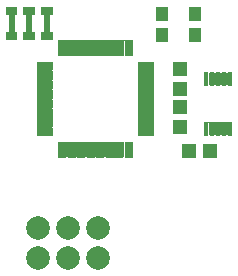
<source format=gts>
G04 #@! TF.GenerationSoftware,KiCad,Pcbnew,6.0.5-a6ca702e91~116~ubuntu20.04.1*
G04 #@! TF.CreationDate,2022-05-08T17:52:19+03:00*
G04 #@! TF.ProjectId,ict_v361,6963745f-7633-4363-912e-6b696361645f,rev?*
G04 #@! TF.SameCoordinates,Original*
G04 #@! TF.FileFunction,Soldermask,Top*
G04 #@! TF.FilePolarity,Negative*
%FSLAX46Y46*%
G04 Gerber Fmt 4.6, Leading zero omitted, Abs format (unit mm)*
G04 Created by KiCad (PCBNEW 6.0.5-a6ca702e91~116~ubuntu20.04.1) date 2022-05-08 17:52:19*
%MOMM*%
%LPD*%
G01*
G04 APERTURE LIST*
G04 Aperture macros list*
%AMRoundRect*
0 Rectangle with rounded corners*
0 $1 Rounding radius*
0 $2 $3 $4 $5 $6 $7 $8 $9 X,Y pos of 4 corners*
0 Add a 4 corners polygon primitive as box body*
4,1,4,$2,$3,$4,$5,$6,$7,$8,$9,$2,$3,0*
0 Add four circle primitives for the rounded corners*
1,1,$1+$1,$2,$3*
1,1,$1+$1,$4,$5*
1,1,$1+$1,$6,$7*
1,1,$1+$1,$8,$9*
0 Add four rect primitives between the rounded corners*
20,1,$1+$1,$2,$3,$4,$5,0*
20,1,$1+$1,$4,$5,$6,$7,0*
20,1,$1+$1,$6,$7,$8,$9,0*
20,1,$1+$1,$8,$9,$2,$3,0*%
G04 Aperture macros list end*
%ADD10RoundRect,0.063500X-0.635000X0.279400X-0.635000X-0.279400X0.635000X-0.279400X0.635000X0.279400X0*%
%ADD11RoundRect,0.063500X-0.279400X0.635000X-0.279400X-0.635000X0.279400X-0.635000X0.279400X0.635000X0*%
%ADD12RoundRect,0.063500X-0.125000X-0.500000X0.125000X-0.500000X0.125000X0.500000X-0.125000X0.500000X0*%
%ADD13RoundRect,0.063500X0.125000X0.500000X-0.125000X0.500000X-0.125000X-0.500000X0.125000X-0.500000X0*%
%ADD14RoundRect,0.063500X-0.450000X-0.550000X0.450000X-0.550000X0.450000X0.550000X-0.450000X0.550000X0*%
%ADD15RoundRect,0.063500X-0.525000X-0.540000X0.525000X-0.540000X0.525000X0.540000X-0.525000X0.540000X0*%
%ADD16C,2.006600*%
%ADD17RoundRect,0.063500X-0.550000X0.500000X-0.550000X-0.500000X0.550000X-0.500000X0.550000X0.500000X0*%
%ADD18RoundRect,0.063500X0.550000X-0.500000X0.550000X0.500000X-0.550000X0.500000X-0.550000X-0.500000X0*%
%ADD19RoundRect,0.063500X0.200000X0.800000X-0.200000X0.800000X-0.200000X-0.800000X0.200000X-0.800000X0*%
G04 APERTURE END LIST*
G36*
X141901100Y-94303600D02*
G01*
X140901100Y-94303600D01*
X140901100Y-93603600D01*
X141901100Y-93603600D01*
X141901100Y-94303600D01*
G37*
G36*
X140401100Y-94303600D02*
G01*
X139401100Y-94303600D01*
X139401100Y-93603600D01*
X140401100Y-93603600D01*
X140401100Y-94303600D01*
G37*
G36*
X138901100Y-94303600D02*
G01*
X137901100Y-94303600D01*
X137901100Y-93603600D01*
X138901100Y-93603600D01*
X138901100Y-94303600D01*
G37*
G36*
X138901100Y-96403600D02*
G01*
X137901100Y-96403600D01*
X137901100Y-95703600D01*
X138901100Y-95703600D01*
X138901100Y-96403600D01*
G37*
G36*
X140401100Y-96403600D02*
G01*
X139401100Y-96403600D01*
X139401100Y-95703600D01*
X140401100Y-95703600D01*
X140401100Y-96403600D01*
G37*
G36*
X141901100Y-96403600D02*
G01*
X140901100Y-96403600D01*
X140901100Y-95703600D01*
X141901100Y-95703600D01*
X141901100Y-96403600D01*
G37*
G36*
X141901100Y-94303600D02*
G01*
X140901100Y-94303600D01*
X140901100Y-93603600D01*
X141901100Y-93603600D01*
X141901100Y-94303600D01*
G37*
G36*
X140401100Y-94303600D02*
G01*
X139401100Y-94303600D01*
X139401100Y-93603600D01*
X140401100Y-93603600D01*
X140401100Y-94303600D01*
G37*
G36*
X138901100Y-94303600D02*
G01*
X137901100Y-94303600D01*
X137901100Y-93603600D01*
X138901100Y-93603600D01*
X138901100Y-94303600D01*
G37*
G36*
X138901100Y-96403600D02*
G01*
X137901100Y-96403600D01*
X137901100Y-95703600D01*
X138901100Y-95703600D01*
X138901100Y-96403600D01*
G37*
G36*
X140401100Y-96403600D02*
G01*
X139401100Y-96403600D01*
X139401100Y-95703600D01*
X140401100Y-95703600D01*
X140401100Y-96403600D01*
G37*
G36*
X141901100Y-96403600D02*
G01*
X140901100Y-96403600D01*
X140901100Y-95703600D01*
X141901100Y-95703600D01*
X141901100Y-96403600D01*
G37*
D10*
X149793700Y-98603600D03*
X149793700Y-99403600D03*
X149793700Y-100203600D03*
X149793700Y-101003600D03*
X149793700Y-101803600D03*
X149793700Y-102603600D03*
X149793700Y-103403600D03*
X149793700Y-104203600D03*
D11*
X148301100Y-105696200D03*
X147501100Y-105696200D03*
X146701100Y-105696200D03*
X145901100Y-105696200D03*
X145101100Y-105696200D03*
X144301100Y-105696200D03*
X143501100Y-105696200D03*
X142701100Y-105696200D03*
D10*
X141208500Y-104203600D03*
X141208500Y-103403600D03*
X141208500Y-102603600D03*
X141208500Y-101803600D03*
X141208500Y-101003600D03*
X141208500Y-100203600D03*
X141208500Y-99403600D03*
X141208500Y-98603600D03*
D11*
X142701100Y-97111000D03*
X143501100Y-97111000D03*
X144301100Y-97111000D03*
X145101100Y-97111000D03*
X145901100Y-97111000D03*
X146701100Y-97111000D03*
X147501100Y-97111000D03*
X148301100Y-97111000D03*
D12*
X156891000Y-103918300D03*
X156391000Y-103918300D03*
X155891000Y-103918300D03*
X155391000Y-103918300D03*
X154891000Y-103918300D03*
D13*
X154891000Y-99692100D03*
X155391000Y-99692100D03*
X155891000Y-99692100D03*
X156391000Y-99692100D03*
X156891000Y-99692100D03*
D14*
X151101100Y-96003600D03*
X153901100Y-94203600D03*
X153901100Y-96003600D03*
X151101100Y-94203600D03*
D15*
X155176100Y-105803600D03*
X153426100Y-105803600D03*
D16*
X140621100Y-114843600D03*
X140621100Y-112303600D03*
X143161100Y-114843600D03*
X143161100Y-112303600D03*
X145701100Y-114843600D03*
X145701100Y-112303600D03*
D17*
X152701100Y-100553600D03*
X152701100Y-98853600D03*
D18*
X152701100Y-102053600D03*
X152701100Y-103753600D03*
D19*
X138401100Y-95003600D03*
X139901100Y-95003600D03*
X141401100Y-95003600D03*
G36*
X145429998Y-105019854D02*
G01*
X145432525Y-105021542D01*
X145498889Y-105042322D01*
X145569688Y-105021533D01*
X145572202Y-105019854D01*
X145574198Y-105019723D01*
X145575309Y-105021386D01*
X145574976Y-105022628D01*
X145564919Y-105037679D01*
X145560200Y-105061399D01*
X145560200Y-106331001D01*
X145564919Y-106354721D01*
X145574976Y-106369772D01*
X145575107Y-106371768D01*
X145573444Y-106372879D01*
X145572202Y-106372546D01*
X145569675Y-106370858D01*
X145503311Y-106350078D01*
X145432512Y-106370867D01*
X145429998Y-106372546D01*
X145428002Y-106372677D01*
X145426891Y-106371014D01*
X145427224Y-106369772D01*
X145437281Y-106354721D01*
X145442000Y-106331001D01*
X145442000Y-105061399D01*
X145437281Y-105037679D01*
X145427224Y-105022628D01*
X145427093Y-105020632D01*
X145428756Y-105019521D01*
X145429998Y-105019854D01*
G37*
G36*
X143829998Y-105019854D02*
G01*
X143832525Y-105021542D01*
X143898889Y-105042322D01*
X143969688Y-105021533D01*
X143972202Y-105019854D01*
X143974198Y-105019723D01*
X143975309Y-105021386D01*
X143974976Y-105022628D01*
X143964919Y-105037679D01*
X143960200Y-105061399D01*
X143960200Y-106331001D01*
X143964919Y-106354721D01*
X143974976Y-106369772D01*
X143975107Y-106371768D01*
X143973444Y-106372879D01*
X143972202Y-106372546D01*
X143969675Y-106370858D01*
X143903311Y-106350078D01*
X143832512Y-106370867D01*
X143829998Y-106372546D01*
X143828002Y-106372677D01*
X143826891Y-106371014D01*
X143827224Y-106369772D01*
X143837281Y-106354721D01*
X143842000Y-106331001D01*
X143842000Y-105061399D01*
X143837281Y-105037679D01*
X143827224Y-105022628D01*
X143827093Y-105020632D01*
X143828756Y-105019521D01*
X143829998Y-105019854D01*
G37*
G36*
X144629998Y-105019854D02*
G01*
X144632525Y-105021542D01*
X144698889Y-105042322D01*
X144769688Y-105021533D01*
X144772202Y-105019854D01*
X144774198Y-105019723D01*
X144775309Y-105021386D01*
X144774976Y-105022628D01*
X144764919Y-105037679D01*
X144760200Y-105061399D01*
X144760200Y-106331001D01*
X144764919Y-106354721D01*
X144774976Y-106369772D01*
X144775107Y-106371768D01*
X144773444Y-106372879D01*
X144772202Y-106372546D01*
X144769675Y-106370858D01*
X144703311Y-106350078D01*
X144632512Y-106370867D01*
X144629998Y-106372546D01*
X144628002Y-106372677D01*
X144626891Y-106371014D01*
X144627224Y-106369772D01*
X144637281Y-106354721D01*
X144642000Y-106331001D01*
X144642000Y-105061399D01*
X144637281Y-105037679D01*
X144627224Y-105022628D01*
X144627093Y-105020632D01*
X144628756Y-105019521D01*
X144629998Y-105019854D01*
G37*
G36*
X146229998Y-105019854D02*
G01*
X146232525Y-105021542D01*
X146298889Y-105042322D01*
X146369688Y-105021533D01*
X146372202Y-105019854D01*
X146374198Y-105019723D01*
X146375309Y-105021386D01*
X146374976Y-105022628D01*
X146364919Y-105037679D01*
X146360200Y-105061399D01*
X146360200Y-106331001D01*
X146364919Y-106354721D01*
X146374976Y-106369772D01*
X146375107Y-106371768D01*
X146373444Y-106372879D01*
X146372202Y-106372546D01*
X146369675Y-106370858D01*
X146303311Y-106350078D01*
X146232512Y-106370867D01*
X146229998Y-106372546D01*
X146228002Y-106372677D01*
X146226891Y-106371014D01*
X146227224Y-106369772D01*
X146237281Y-106354721D01*
X146242000Y-106331001D01*
X146242000Y-105061399D01*
X146237281Y-105037679D01*
X146227224Y-105022628D01*
X146227093Y-105020632D01*
X146228756Y-105019521D01*
X146229998Y-105019854D01*
G37*
G36*
X147029998Y-105019854D02*
G01*
X147032525Y-105021542D01*
X147098889Y-105042322D01*
X147169688Y-105021533D01*
X147172202Y-105019854D01*
X147174198Y-105019723D01*
X147175309Y-105021386D01*
X147174976Y-105022628D01*
X147164919Y-105037679D01*
X147160200Y-105061399D01*
X147160200Y-106331001D01*
X147164919Y-106354721D01*
X147174976Y-106369772D01*
X147175107Y-106371768D01*
X147173444Y-106372879D01*
X147172202Y-106372546D01*
X147169675Y-106370858D01*
X147103311Y-106350078D01*
X147032512Y-106370867D01*
X147029998Y-106372546D01*
X147028002Y-106372677D01*
X147026891Y-106371014D01*
X147027224Y-106369772D01*
X147037281Y-106354721D01*
X147042000Y-106331001D01*
X147042000Y-105061399D01*
X147037281Y-105037679D01*
X147027224Y-105022628D01*
X147027093Y-105020632D01*
X147028756Y-105019521D01*
X147029998Y-105019854D01*
G37*
G36*
X143029998Y-105019854D02*
G01*
X143032525Y-105021542D01*
X143098889Y-105042322D01*
X143169688Y-105021533D01*
X143172202Y-105019854D01*
X143174198Y-105019723D01*
X143175309Y-105021386D01*
X143174976Y-105022628D01*
X143164919Y-105037679D01*
X143160200Y-105061399D01*
X143160200Y-106331001D01*
X143164919Y-106354721D01*
X143174976Y-106369772D01*
X143175107Y-106371768D01*
X143173444Y-106372879D01*
X143172202Y-106372546D01*
X143169675Y-106370858D01*
X143103311Y-106350078D01*
X143032512Y-106370867D01*
X143029998Y-106372546D01*
X143028002Y-106372677D01*
X143026891Y-106371014D01*
X143027224Y-106369772D01*
X143037281Y-106354721D01*
X143042000Y-106331001D01*
X143042000Y-105061399D01*
X143037281Y-105037679D01*
X143027224Y-105022628D01*
X143027093Y-105020632D01*
X143028756Y-105019521D01*
X143029998Y-105019854D01*
G37*
G36*
X147829998Y-105019854D02*
G01*
X147832525Y-105021542D01*
X147898889Y-105042322D01*
X147969688Y-105021533D01*
X147972202Y-105019854D01*
X147974198Y-105019723D01*
X147975309Y-105021386D01*
X147974976Y-105022628D01*
X147964919Y-105037679D01*
X147960200Y-105061399D01*
X147960200Y-106331001D01*
X147964919Y-106354721D01*
X147974976Y-106369772D01*
X147975107Y-106371768D01*
X147973444Y-106372879D01*
X147972202Y-106372546D01*
X147969675Y-106370858D01*
X147903311Y-106350078D01*
X147832512Y-106370867D01*
X147829998Y-106372546D01*
X147828002Y-106372677D01*
X147826891Y-106371014D01*
X147827224Y-106369772D01*
X147837281Y-106354721D01*
X147842000Y-106331001D01*
X147842000Y-105061399D01*
X147837281Y-105037679D01*
X147827224Y-105022628D01*
X147827093Y-105020632D01*
X147828756Y-105019521D01*
X147829998Y-105019854D01*
G37*
G36*
X155565498Y-103376954D02*
G01*
X155572426Y-103381582D01*
X155638789Y-103402362D01*
X155709588Y-103381573D01*
X155716502Y-103376954D01*
X155718498Y-103376823D01*
X155719609Y-103378486D01*
X155719276Y-103379728D01*
X155709219Y-103394779D01*
X155704500Y-103418499D01*
X155704500Y-104418101D01*
X155709219Y-104441821D01*
X155719276Y-104456872D01*
X155719407Y-104458868D01*
X155717744Y-104459979D01*
X155716502Y-104459646D01*
X155709574Y-104455018D01*
X155643211Y-104434238D01*
X155572412Y-104455027D01*
X155565498Y-104459646D01*
X155563502Y-104459777D01*
X155562391Y-104458114D01*
X155562724Y-104456872D01*
X155572781Y-104441821D01*
X155577500Y-104418101D01*
X155577500Y-103418499D01*
X155572781Y-103394779D01*
X155562724Y-103379728D01*
X155562593Y-103377732D01*
X155564256Y-103376621D01*
X155565498Y-103376954D01*
G37*
G36*
X156565498Y-103376954D02*
G01*
X156572426Y-103381582D01*
X156638789Y-103402362D01*
X156709588Y-103381573D01*
X156716502Y-103376954D01*
X156718498Y-103376823D01*
X156719609Y-103378486D01*
X156719276Y-103379728D01*
X156709219Y-103394779D01*
X156704500Y-103418499D01*
X156704500Y-104418101D01*
X156709219Y-104441821D01*
X156719276Y-104456872D01*
X156719407Y-104458868D01*
X156717744Y-104459979D01*
X156716502Y-104459646D01*
X156709574Y-104455018D01*
X156643211Y-104434238D01*
X156572412Y-104455027D01*
X156565498Y-104459646D01*
X156563502Y-104459777D01*
X156562391Y-104458114D01*
X156562724Y-104456872D01*
X156572781Y-104441821D01*
X156577500Y-104418101D01*
X156577500Y-103418499D01*
X156572781Y-103394779D01*
X156562724Y-103379728D01*
X156562593Y-103377732D01*
X156564256Y-103376621D01*
X156565498Y-103376954D01*
G37*
G36*
X155065498Y-103376954D02*
G01*
X155072426Y-103381582D01*
X155138789Y-103402362D01*
X155209588Y-103381573D01*
X155216502Y-103376954D01*
X155218498Y-103376823D01*
X155219609Y-103378486D01*
X155219276Y-103379728D01*
X155209219Y-103394779D01*
X155204500Y-103418499D01*
X155204500Y-104418101D01*
X155209219Y-104441821D01*
X155219276Y-104456872D01*
X155219407Y-104458868D01*
X155217744Y-104459979D01*
X155216502Y-104459646D01*
X155209574Y-104455018D01*
X155143211Y-104434238D01*
X155072412Y-104455027D01*
X155065498Y-104459646D01*
X155063502Y-104459777D01*
X155062391Y-104458114D01*
X155062724Y-104456872D01*
X155072781Y-104441821D01*
X155077500Y-104418101D01*
X155077500Y-103418499D01*
X155072781Y-103394779D01*
X155062724Y-103379728D01*
X155062593Y-103377732D01*
X155064256Y-103376621D01*
X155065498Y-103376954D01*
G37*
G36*
X156065498Y-103376954D02*
G01*
X156072426Y-103381582D01*
X156138789Y-103402362D01*
X156209588Y-103381573D01*
X156216502Y-103376954D01*
X156218498Y-103376823D01*
X156219609Y-103378486D01*
X156219276Y-103379728D01*
X156209219Y-103394779D01*
X156204500Y-103418499D01*
X156204500Y-104418101D01*
X156209219Y-104441821D01*
X156219276Y-104456872D01*
X156219407Y-104458868D01*
X156217744Y-104459979D01*
X156216502Y-104459646D01*
X156209574Y-104455018D01*
X156143211Y-104434238D01*
X156072412Y-104455027D01*
X156065498Y-104459646D01*
X156063502Y-104459777D01*
X156062391Y-104458114D01*
X156062724Y-104456872D01*
X156072781Y-104441821D01*
X156077500Y-104418101D01*
X156077500Y-103418499D01*
X156072781Y-103394779D01*
X156062724Y-103379728D01*
X156062593Y-103377732D01*
X156064256Y-103376621D01*
X156065498Y-103376954D01*
G37*
G36*
X140534928Y-103729724D02*
G01*
X140549979Y-103739781D01*
X140573699Y-103744500D01*
X141843301Y-103744500D01*
X141867021Y-103739781D01*
X141882072Y-103729724D01*
X141884068Y-103729593D01*
X141885179Y-103731256D01*
X141884846Y-103732498D01*
X141883158Y-103735025D01*
X141862378Y-103801389D01*
X141883167Y-103872188D01*
X141884846Y-103874702D01*
X141884977Y-103876698D01*
X141883314Y-103877809D01*
X141882072Y-103877476D01*
X141867021Y-103867419D01*
X141843301Y-103862700D01*
X140573699Y-103862700D01*
X140549979Y-103867419D01*
X140534928Y-103877476D01*
X140532932Y-103877607D01*
X140531821Y-103875944D01*
X140532154Y-103874702D01*
X140533842Y-103872175D01*
X140554622Y-103805811D01*
X140533833Y-103735012D01*
X140532154Y-103732498D01*
X140532023Y-103730502D01*
X140533686Y-103729391D01*
X140534928Y-103729724D01*
G37*
G36*
X149120128Y-103729724D02*
G01*
X149135179Y-103739781D01*
X149158899Y-103744500D01*
X150428501Y-103744500D01*
X150452221Y-103739781D01*
X150467272Y-103729724D01*
X150469268Y-103729593D01*
X150470379Y-103731256D01*
X150470046Y-103732498D01*
X150468358Y-103735025D01*
X150447578Y-103801389D01*
X150468367Y-103872188D01*
X150470046Y-103874702D01*
X150470177Y-103876698D01*
X150468514Y-103877809D01*
X150467272Y-103877476D01*
X150452221Y-103867419D01*
X150428501Y-103862700D01*
X149158899Y-103862700D01*
X149135179Y-103867419D01*
X149120128Y-103877476D01*
X149118132Y-103877607D01*
X149117021Y-103875944D01*
X149117354Y-103874702D01*
X149119042Y-103872175D01*
X149139822Y-103805811D01*
X149119033Y-103735012D01*
X149117354Y-103732498D01*
X149117223Y-103730502D01*
X149118886Y-103729391D01*
X149120128Y-103729724D01*
G37*
G36*
X140534928Y-102929724D02*
G01*
X140549979Y-102939781D01*
X140573699Y-102944500D01*
X141843301Y-102944500D01*
X141867021Y-102939781D01*
X141882072Y-102929724D01*
X141884068Y-102929593D01*
X141885179Y-102931256D01*
X141884846Y-102932498D01*
X141883158Y-102935025D01*
X141862378Y-103001389D01*
X141883167Y-103072188D01*
X141884846Y-103074702D01*
X141884977Y-103076698D01*
X141883314Y-103077809D01*
X141882072Y-103077476D01*
X141867021Y-103067419D01*
X141843301Y-103062700D01*
X140573699Y-103062700D01*
X140549979Y-103067419D01*
X140534928Y-103077476D01*
X140532932Y-103077607D01*
X140531821Y-103075944D01*
X140532154Y-103074702D01*
X140533842Y-103072175D01*
X140554622Y-103005811D01*
X140533833Y-102935012D01*
X140532154Y-102932498D01*
X140532023Y-102930502D01*
X140533686Y-102929391D01*
X140534928Y-102929724D01*
G37*
G36*
X149120128Y-102929724D02*
G01*
X149135179Y-102939781D01*
X149158899Y-102944500D01*
X150428501Y-102944500D01*
X150452221Y-102939781D01*
X150467272Y-102929724D01*
X150469268Y-102929593D01*
X150470379Y-102931256D01*
X150470046Y-102932498D01*
X150468358Y-102935025D01*
X150447578Y-103001389D01*
X150468367Y-103072188D01*
X150470046Y-103074702D01*
X150470177Y-103076698D01*
X150468514Y-103077809D01*
X150467272Y-103077476D01*
X150452221Y-103067419D01*
X150428501Y-103062700D01*
X149158899Y-103062700D01*
X149135179Y-103067419D01*
X149120128Y-103077476D01*
X149118132Y-103077607D01*
X149117021Y-103075944D01*
X149117354Y-103074702D01*
X149119042Y-103072175D01*
X149139822Y-103005811D01*
X149119033Y-102935012D01*
X149117354Y-102932498D01*
X149117223Y-102930502D01*
X149118886Y-102929391D01*
X149120128Y-102929724D01*
G37*
G36*
X149120128Y-102129724D02*
G01*
X149135179Y-102139781D01*
X149158899Y-102144500D01*
X150428501Y-102144500D01*
X150452221Y-102139781D01*
X150467272Y-102129724D01*
X150469268Y-102129593D01*
X150470379Y-102131256D01*
X150470046Y-102132498D01*
X150468358Y-102135025D01*
X150447578Y-102201389D01*
X150468367Y-102272188D01*
X150470046Y-102274702D01*
X150470177Y-102276698D01*
X150468514Y-102277809D01*
X150467272Y-102277476D01*
X150452221Y-102267419D01*
X150428501Y-102262700D01*
X149158899Y-102262700D01*
X149135179Y-102267419D01*
X149120128Y-102277476D01*
X149118132Y-102277607D01*
X149117021Y-102275944D01*
X149117354Y-102274702D01*
X149119042Y-102272175D01*
X149139822Y-102205811D01*
X149119033Y-102135012D01*
X149117354Y-102132498D01*
X149117223Y-102130502D01*
X149118886Y-102129391D01*
X149120128Y-102129724D01*
G37*
G36*
X140534928Y-102129724D02*
G01*
X140549979Y-102139781D01*
X140573699Y-102144500D01*
X141843301Y-102144500D01*
X141867021Y-102139781D01*
X141882072Y-102129724D01*
X141884068Y-102129593D01*
X141885179Y-102131256D01*
X141884846Y-102132498D01*
X141883158Y-102135025D01*
X141862378Y-102201389D01*
X141883167Y-102272188D01*
X141884846Y-102274702D01*
X141884977Y-102276698D01*
X141883314Y-102277809D01*
X141882072Y-102277476D01*
X141867021Y-102267419D01*
X141843301Y-102262700D01*
X140573699Y-102262700D01*
X140549979Y-102267419D01*
X140534928Y-102277476D01*
X140532932Y-102277607D01*
X140531821Y-102275944D01*
X140532154Y-102274702D01*
X140533842Y-102272175D01*
X140554622Y-102205811D01*
X140533833Y-102135012D01*
X140532154Y-102132498D01*
X140532023Y-102130502D01*
X140533686Y-102129391D01*
X140534928Y-102129724D01*
G37*
G36*
X149120128Y-101329724D02*
G01*
X149135179Y-101339781D01*
X149158899Y-101344500D01*
X150428501Y-101344500D01*
X150452221Y-101339781D01*
X150467272Y-101329724D01*
X150469268Y-101329593D01*
X150470379Y-101331256D01*
X150470046Y-101332498D01*
X150468358Y-101335025D01*
X150447578Y-101401389D01*
X150468367Y-101472188D01*
X150470046Y-101474702D01*
X150470177Y-101476698D01*
X150468514Y-101477809D01*
X150467272Y-101477476D01*
X150452221Y-101467419D01*
X150428501Y-101462700D01*
X149158899Y-101462700D01*
X149135179Y-101467419D01*
X149120128Y-101477476D01*
X149118132Y-101477607D01*
X149117021Y-101475944D01*
X149117354Y-101474702D01*
X149119042Y-101472175D01*
X149139822Y-101405811D01*
X149119033Y-101335012D01*
X149117354Y-101332498D01*
X149117223Y-101330502D01*
X149118886Y-101329391D01*
X149120128Y-101329724D01*
G37*
G36*
X140534928Y-101329724D02*
G01*
X140549979Y-101339781D01*
X140573699Y-101344500D01*
X141843301Y-101344500D01*
X141867021Y-101339781D01*
X141882072Y-101329724D01*
X141884068Y-101329593D01*
X141885179Y-101331256D01*
X141884846Y-101332498D01*
X141883158Y-101335025D01*
X141862378Y-101401389D01*
X141883167Y-101472188D01*
X141884846Y-101474702D01*
X141884977Y-101476698D01*
X141883314Y-101477809D01*
X141882072Y-101477476D01*
X141867021Y-101467419D01*
X141843301Y-101462700D01*
X140573699Y-101462700D01*
X140549979Y-101467419D01*
X140534928Y-101477476D01*
X140532932Y-101477607D01*
X140531821Y-101475944D01*
X140532154Y-101474702D01*
X140533842Y-101472175D01*
X140554622Y-101405811D01*
X140533833Y-101335012D01*
X140532154Y-101332498D01*
X140532023Y-101330502D01*
X140533686Y-101329391D01*
X140534928Y-101329724D01*
G37*
G36*
X140534928Y-100529724D02*
G01*
X140549979Y-100539781D01*
X140573699Y-100544500D01*
X141843301Y-100544500D01*
X141867021Y-100539781D01*
X141882072Y-100529724D01*
X141884068Y-100529593D01*
X141885179Y-100531256D01*
X141884846Y-100532498D01*
X141883158Y-100535025D01*
X141862378Y-100601389D01*
X141883167Y-100672188D01*
X141884846Y-100674702D01*
X141884977Y-100676698D01*
X141883314Y-100677809D01*
X141882072Y-100677476D01*
X141867021Y-100667419D01*
X141843301Y-100662700D01*
X140573699Y-100662700D01*
X140549979Y-100667419D01*
X140534928Y-100677476D01*
X140532932Y-100677607D01*
X140531821Y-100675944D01*
X140532154Y-100674702D01*
X140533842Y-100672175D01*
X140554622Y-100605811D01*
X140533833Y-100535012D01*
X140532154Y-100532498D01*
X140532023Y-100530502D01*
X140533686Y-100529391D01*
X140534928Y-100529724D01*
G37*
G36*
X149120128Y-100529724D02*
G01*
X149135179Y-100539781D01*
X149158899Y-100544500D01*
X150428501Y-100544500D01*
X150452221Y-100539781D01*
X150467272Y-100529724D01*
X150469268Y-100529593D01*
X150470379Y-100531256D01*
X150470046Y-100532498D01*
X150468358Y-100535025D01*
X150447578Y-100601389D01*
X150468367Y-100672188D01*
X150470046Y-100674702D01*
X150470177Y-100676698D01*
X150468514Y-100677809D01*
X150467272Y-100677476D01*
X150452221Y-100667419D01*
X150428501Y-100662700D01*
X149158899Y-100662700D01*
X149135179Y-100667419D01*
X149120128Y-100677476D01*
X149118132Y-100677607D01*
X149117021Y-100675944D01*
X149117354Y-100674702D01*
X149119042Y-100672175D01*
X149139822Y-100605811D01*
X149119033Y-100535012D01*
X149117354Y-100532498D01*
X149117223Y-100530502D01*
X149118886Y-100529391D01*
X149120128Y-100529724D01*
G37*
G36*
X156565498Y-99150754D02*
G01*
X156572426Y-99155382D01*
X156638789Y-99176162D01*
X156709588Y-99155373D01*
X156716502Y-99150754D01*
X156718498Y-99150623D01*
X156719609Y-99152286D01*
X156719276Y-99153528D01*
X156709219Y-99168579D01*
X156704500Y-99192299D01*
X156704500Y-100191901D01*
X156709219Y-100215621D01*
X156719276Y-100230672D01*
X156719407Y-100232668D01*
X156717744Y-100233779D01*
X156716502Y-100233446D01*
X156709574Y-100228818D01*
X156643211Y-100208038D01*
X156572412Y-100228827D01*
X156565498Y-100233446D01*
X156563502Y-100233577D01*
X156562391Y-100231914D01*
X156562724Y-100230672D01*
X156572781Y-100215621D01*
X156577500Y-100191901D01*
X156577500Y-99192299D01*
X156572781Y-99168579D01*
X156562724Y-99153528D01*
X156562593Y-99151532D01*
X156564256Y-99150421D01*
X156565498Y-99150754D01*
G37*
G36*
X155565498Y-99150754D02*
G01*
X155572426Y-99155382D01*
X155638789Y-99176162D01*
X155709588Y-99155373D01*
X155716502Y-99150754D01*
X155718498Y-99150623D01*
X155719609Y-99152286D01*
X155719276Y-99153528D01*
X155709219Y-99168579D01*
X155704500Y-99192299D01*
X155704500Y-100191901D01*
X155709219Y-100215621D01*
X155719276Y-100230672D01*
X155719407Y-100232668D01*
X155717744Y-100233779D01*
X155716502Y-100233446D01*
X155709574Y-100228818D01*
X155643211Y-100208038D01*
X155572412Y-100228827D01*
X155565498Y-100233446D01*
X155563502Y-100233577D01*
X155562391Y-100231914D01*
X155562724Y-100230672D01*
X155572781Y-100215621D01*
X155577500Y-100191901D01*
X155577500Y-99192299D01*
X155572781Y-99168579D01*
X155562724Y-99153528D01*
X155562593Y-99151532D01*
X155564256Y-99150421D01*
X155565498Y-99150754D01*
G37*
G36*
X156065498Y-99150754D02*
G01*
X156072426Y-99155382D01*
X156138789Y-99176162D01*
X156209588Y-99155373D01*
X156216502Y-99150754D01*
X156218498Y-99150623D01*
X156219609Y-99152286D01*
X156219276Y-99153528D01*
X156209219Y-99168579D01*
X156204500Y-99192299D01*
X156204500Y-100191901D01*
X156209219Y-100215621D01*
X156219276Y-100230672D01*
X156219407Y-100232668D01*
X156217744Y-100233779D01*
X156216502Y-100233446D01*
X156209574Y-100228818D01*
X156143211Y-100208038D01*
X156072412Y-100228827D01*
X156065498Y-100233446D01*
X156063502Y-100233577D01*
X156062391Y-100231914D01*
X156062724Y-100230672D01*
X156072781Y-100215621D01*
X156077500Y-100191901D01*
X156077500Y-99192299D01*
X156072781Y-99168579D01*
X156062724Y-99153528D01*
X156062593Y-99151532D01*
X156064256Y-99150421D01*
X156065498Y-99150754D01*
G37*
G36*
X155065498Y-99150754D02*
G01*
X155072426Y-99155382D01*
X155138789Y-99176162D01*
X155209588Y-99155373D01*
X155216502Y-99150754D01*
X155218498Y-99150623D01*
X155219609Y-99152286D01*
X155219276Y-99153528D01*
X155209219Y-99168579D01*
X155204500Y-99192299D01*
X155204500Y-100191901D01*
X155209219Y-100215621D01*
X155219276Y-100230672D01*
X155219407Y-100232668D01*
X155217744Y-100233779D01*
X155216502Y-100233446D01*
X155209574Y-100228818D01*
X155143211Y-100208038D01*
X155072412Y-100228827D01*
X155065498Y-100233446D01*
X155063502Y-100233577D01*
X155062391Y-100231914D01*
X155062724Y-100230672D01*
X155072781Y-100215621D01*
X155077500Y-100191901D01*
X155077500Y-99192299D01*
X155072781Y-99168579D01*
X155062724Y-99153528D01*
X155062593Y-99151532D01*
X155064256Y-99150421D01*
X155065498Y-99150754D01*
G37*
G36*
X140534928Y-99729724D02*
G01*
X140549979Y-99739781D01*
X140573699Y-99744500D01*
X141843301Y-99744500D01*
X141867021Y-99739781D01*
X141882072Y-99729724D01*
X141884068Y-99729593D01*
X141885179Y-99731256D01*
X141884846Y-99732498D01*
X141883158Y-99735025D01*
X141862378Y-99801389D01*
X141883167Y-99872188D01*
X141884846Y-99874702D01*
X141884977Y-99876698D01*
X141883314Y-99877809D01*
X141882072Y-99877476D01*
X141867021Y-99867419D01*
X141843301Y-99862700D01*
X140573699Y-99862700D01*
X140549979Y-99867419D01*
X140534928Y-99877476D01*
X140532932Y-99877607D01*
X140531821Y-99875944D01*
X140532154Y-99874702D01*
X140533842Y-99872175D01*
X140554622Y-99805811D01*
X140533833Y-99735012D01*
X140532154Y-99732498D01*
X140532023Y-99730502D01*
X140533686Y-99729391D01*
X140534928Y-99729724D01*
G37*
G36*
X149120128Y-99729724D02*
G01*
X149135179Y-99739781D01*
X149158899Y-99744500D01*
X150428501Y-99744500D01*
X150452221Y-99739781D01*
X150467272Y-99729724D01*
X150469268Y-99729593D01*
X150470379Y-99731256D01*
X150470046Y-99732498D01*
X150468358Y-99735025D01*
X150447578Y-99801389D01*
X150468367Y-99872188D01*
X150470046Y-99874702D01*
X150470177Y-99876698D01*
X150468514Y-99877809D01*
X150467272Y-99877476D01*
X150452221Y-99867419D01*
X150428501Y-99862700D01*
X149158899Y-99862700D01*
X149135179Y-99867419D01*
X149120128Y-99877476D01*
X149118132Y-99877607D01*
X149117021Y-99875944D01*
X149117354Y-99874702D01*
X149119042Y-99872175D01*
X149139822Y-99805811D01*
X149119033Y-99735012D01*
X149117354Y-99732498D01*
X149117223Y-99730502D01*
X149118886Y-99729391D01*
X149120128Y-99729724D01*
G37*
G36*
X140534928Y-98929724D02*
G01*
X140549979Y-98939781D01*
X140573699Y-98944500D01*
X141843301Y-98944500D01*
X141867021Y-98939781D01*
X141882072Y-98929724D01*
X141884068Y-98929593D01*
X141885179Y-98931256D01*
X141884846Y-98932498D01*
X141883158Y-98935025D01*
X141862378Y-99001389D01*
X141883167Y-99072188D01*
X141884846Y-99074702D01*
X141884977Y-99076698D01*
X141883314Y-99077809D01*
X141882072Y-99077476D01*
X141867021Y-99067419D01*
X141843301Y-99062700D01*
X140573699Y-99062700D01*
X140549979Y-99067419D01*
X140534928Y-99077476D01*
X140532932Y-99077607D01*
X140531821Y-99075944D01*
X140532154Y-99074702D01*
X140533842Y-99072175D01*
X140554622Y-99005811D01*
X140533833Y-98935012D01*
X140532154Y-98932498D01*
X140532023Y-98930502D01*
X140533686Y-98929391D01*
X140534928Y-98929724D01*
G37*
G36*
X149120128Y-98929724D02*
G01*
X149135179Y-98939781D01*
X149158899Y-98944500D01*
X150428501Y-98944500D01*
X150452221Y-98939781D01*
X150467272Y-98929724D01*
X150469268Y-98929593D01*
X150470379Y-98931256D01*
X150470046Y-98932498D01*
X150468358Y-98935025D01*
X150447578Y-99001389D01*
X150468367Y-99072188D01*
X150470046Y-99074702D01*
X150470177Y-99076698D01*
X150468514Y-99077809D01*
X150467272Y-99077476D01*
X150452221Y-99067419D01*
X150428501Y-99062700D01*
X149158899Y-99062700D01*
X149135179Y-99067419D01*
X149120128Y-99077476D01*
X149118132Y-99077607D01*
X149117021Y-99075944D01*
X149117354Y-99074702D01*
X149119042Y-99072175D01*
X149139822Y-99005811D01*
X149119033Y-98935012D01*
X149117354Y-98932498D01*
X149117223Y-98930502D01*
X149118886Y-98929391D01*
X149120128Y-98929724D01*
G37*
G36*
X147029998Y-96434654D02*
G01*
X147032525Y-96436342D01*
X147098889Y-96457122D01*
X147169688Y-96436333D01*
X147172202Y-96434654D01*
X147174198Y-96434523D01*
X147175309Y-96436186D01*
X147174976Y-96437428D01*
X147164919Y-96452479D01*
X147160200Y-96476199D01*
X147160200Y-97745801D01*
X147164919Y-97769521D01*
X147174976Y-97784572D01*
X147175107Y-97786568D01*
X147173444Y-97787679D01*
X147172202Y-97787346D01*
X147169675Y-97785658D01*
X147103311Y-97764878D01*
X147032512Y-97785667D01*
X147029998Y-97787346D01*
X147028002Y-97787477D01*
X147026891Y-97785814D01*
X147027224Y-97784572D01*
X147037281Y-97769521D01*
X147042000Y-97745801D01*
X147042000Y-96476199D01*
X147037281Y-96452479D01*
X147027224Y-96437428D01*
X147027093Y-96435432D01*
X147028756Y-96434321D01*
X147029998Y-96434654D01*
G37*
G36*
X143829998Y-96434654D02*
G01*
X143832525Y-96436342D01*
X143898889Y-96457122D01*
X143969688Y-96436333D01*
X143972202Y-96434654D01*
X143974198Y-96434523D01*
X143975309Y-96436186D01*
X143974976Y-96437428D01*
X143964919Y-96452479D01*
X143960200Y-96476199D01*
X143960200Y-97745801D01*
X143964919Y-97769521D01*
X143974976Y-97784572D01*
X143975107Y-97786568D01*
X143973444Y-97787679D01*
X143972202Y-97787346D01*
X143969675Y-97785658D01*
X143903311Y-97764878D01*
X143832512Y-97785667D01*
X143829998Y-97787346D01*
X143828002Y-97787477D01*
X143826891Y-97785814D01*
X143827224Y-97784572D01*
X143837281Y-97769521D01*
X143842000Y-97745801D01*
X143842000Y-96476199D01*
X143837281Y-96452479D01*
X143827224Y-96437428D01*
X143827093Y-96435432D01*
X143828756Y-96434321D01*
X143829998Y-96434654D01*
G37*
G36*
X144629998Y-96434654D02*
G01*
X144632525Y-96436342D01*
X144698889Y-96457122D01*
X144769688Y-96436333D01*
X144772202Y-96434654D01*
X144774198Y-96434523D01*
X144775309Y-96436186D01*
X144774976Y-96437428D01*
X144764919Y-96452479D01*
X144760200Y-96476199D01*
X144760200Y-97745801D01*
X144764919Y-97769521D01*
X144774976Y-97784572D01*
X144775107Y-97786568D01*
X144773444Y-97787679D01*
X144772202Y-97787346D01*
X144769675Y-97785658D01*
X144703311Y-97764878D01*
X144632512Y-97785667D01*
X144629998Y-97787346D01*
X144628002Y-97787477D01*
X144626891Y-97785814D01*
X144627224Y-97784572D01*
X144637281Y-97769521D01*
X144642000Y-97745801D01*
X144642000Y-96476199D01*
X144637281Y-96452479D01*
X144627224Y-96437428D01*
X144627093Y-96435432D01*
X144628756Y-96434321D01*
X144629998Y-96434654D01*
G37*
G36*
X147829998Y-96434654D02*
G01*
X147832525Y-96436342D01*
X147898889Y-96457122D01*
X147969688Y-96436333D01*
X147972202Y-96434654D01*
X147974198Y-96434523D01*
X147975309Y-96436186D01*
X147974976Y-96437428D01*
X147964919Y-96452479D01*
X147960200Y-96476199D01*
X147960200Y-97745801D01*
X147964919Y-97769521D01*
X147974976Y-97784572D01*
X147975107Y-97786568D01*
X147973444Y-97787679D01*
X147972202Y-97787346D01*
X147969675Y-97785658D01*
X147903311Y-97764878D01*
X147832512Y-97785667D01*
X147829998Y-97787346D01*
X147828002Y-97787477D01*
X147826891Y-97785814D01*
X147827224Y-97784572D01*
X147837281Y-97769521D01*
X147842000Y-97745801D01*
X147842000Y-96476199D01*
X147837281Y-96452479D01*
X147827224Y-96437428D01*
X147827093Y-96435432D01*
X147828756Y-96434321D01*
X147829998Y-96434654D01*
G37*
G36*
X146229998Y-96434654D02*
G01*
X146232525Y-96436342D01*
X146298889Y-96457122D01*
X146369688Y-96436333D01*
X146372202Y-96434654D01*
X146374198Y-96434523D01*
X146375309Y-96436186D01*
X146374976Y-96437428D01*
X146364919Y-96452479D01*
X146360200Y-96476199D01*
X146360200Y-97745801D01*
X146364919Y-97769521D01*
X146374976Y-97784572D01*
X146375107Y-97786568D01*
X146373444Y-97787679D01*
X146372202Y-97787346D01*
X146369675Y-97785658D01*
X146303311Y-97764878D01*
X146232512Y-97785667D01*
X146229998Y-97787346D01*
X146228002Y-97787477D01*
X146226891Y-97785814D01*
X146227224Y-97784572D01*
X146237281Y-97769521D01*
X146242000Y-97745801D01*
X146242000Y-96476199D01*
X146237281Y-96452479D01*
X146227224Y-96437428D01*
X146227093Y-96435432D01*
X146228756Y-96434321D01*
X146229998Y-96434654D01*
G37*
G36*
X143029998Y-96434654D02*
G01*
X143032525Y-96436342D01*
X143098889Y-96457122D01*
X143169688Y-96436333D01*
X143172202Y-96434654D01*
X143174198Y-96434523D01*
X143175309Y-96436186D01*
X143174976Y-96437428D01*
X143164919Y-96452479D01*
X143160200Y-96476199D01*
X143160200Y-97745801D01*
X143164919Y-97769521D01*
X143174976Y-97784572D01*
X143175107Y-97786568D01*
X143173444Y-97787679D01*
X143172202Y-97787346D01*
X143169675Y-97785658D01*
X143103311Y-97764878D01*
X143032512Y-97785667D01*
X143029998Y-97787346D01*
X143028002Y-97787477D01*
X143026891Y-97785814D01*
X143027224Y-97784572D01*
X143037281Y-97769521D01*
X143042000Y-97745801D01*
X143042000Y-96476199D01*
X143037281Y-96452479D01*
X143027224Y-96437428D01*
X143027093Y-96435432D01*
X143028756Y-96434321D01*
X143029998Y-96434654D01*
G37*
G36*
X145429998Y-96434654D02*
G01*
X145432525Y-96436342D01*
X145498889Y-96457122D01*
X145569688Y-96436333D01*
X145572202Y-96434654D01*
X145574198Y-96434523D01*
X145575309Y-96436186D01*
X145574976Y-96437428D01*
X145564919Y-96452479D01*
X145560200Y-96476199D01*
X145560200Y-97745801D01*
X145564919Y-97769521D01*
X145574976Y-97784572D01*
X145575107Y-97786568D01*
X145573444Y-97787679D01*
X145572202Y-97787346D01*
X145569675Y-97785658D01*
X145503311Y-97764878D01*
X145432512Y-97785667D01*
X145429998Y-97787346D01*
X145428002Y-97787477D01*
X145426891Y-97785814D01*
X145427224Y-97784572D01*
X145437281Y-97769521D01*
X145442000Y-97745801D01*
X145442000Y-96476199D01*
X145437281Y-96452479D01*
X145427224Y-96437428D01*
X145427093Y-96435432D01*
X145428756Y-96434321D01*
X145429998Y-96434654D01*
G37*
M02*

</source>
